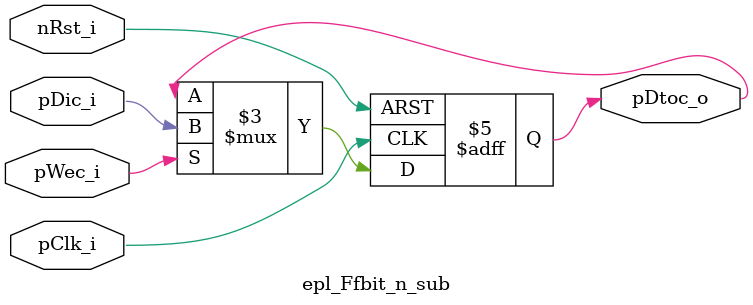
<source format=v>
module epl_Ffbit_n_sub (
           input  wire                     pClk_i,
           input  wire                     nRst_i,
           input  wire                     pWec_i,
           input  wire                     pDic_i,
           output reg                      pDtoc_o
       );

always @(posedge pClk_i or negedge nRst_i)
begin
    if (!nRst_i)
        pDtoc_o <= 1'b0;
    else if (pWec_i)
    begin
        pDtoc_o <= pDic_i;
    end
end

endmodule

</source>
